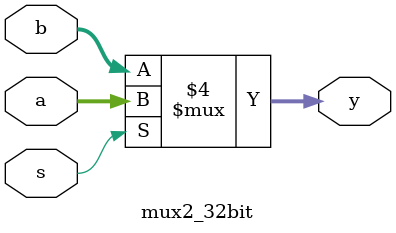
<source format=v>
module mux2_32bit(a,b,s,y); //32bits 2-to-1 MUX
  input [63:0] a, b;
  input s;
  output [63:0] y;
  reg [63:0] y;
  
  always@(a,b,s) begin
    if(s==0) begin
      y=b;
    end
    else begin
      y=a;
    end
  end
  
endmodule

</source>
